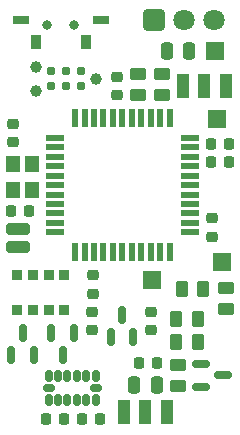
<source format=gbr>
%TF.GenerationSoftware,KiCad,Pcbnew,(7.0.0)*%
%TF.CreationDate,2024-01-17T13:13:29+01:00*%
%TF.ProjectId,LED_poi,4c45445f-706f-4692-9e6b-696361645f70,A*%
%TF.SameCoordinates,Original*%
%TF.FileFunction,Soldermask,Top*%
%TF.FilePolarity,Negative*%
%FSLAX46Y46*%
G04 Gerber Fmt 4.6, Leading zero omitted, Abs format (unit mm)*
G04 Created by KiCad (PCBNEW (7.0.0)) date 2024-01-17 13:13:29*
%MOMM*%
%LPD*%
G01*
G04 APERTURE LIST*
G04 Aperture macros list*
%AMRoundRect*
0 Rectangle with rounded corners*
0 $1 Rounding radius*
0 $2 $3 $4 $5 $6 $7 $8 $9 X,Y pos of 4 corners*
0 Add a 4 corners polygon primitive as box body*
4,1,4,$2,$3,$4,$5,$6,$7,$8,$9,$2,$3,0*
0 Add four circle primitives for the rounded corners*
1,1,$1+$1,$2,$3*
1,1,$1+$1,$4,$5*
1,1,$1+$1,$6,$7*
1,1,$1+$1,$8,$9*
0 Add four rect primitives between the rounded corners*
20,1,$1+$1,$2,$3,$4,$5,0*
20,1,$1+$1,$4,$5,$6,$7,0*
20,1,$1+$1,$6,$7,$8,$9,0*
20,1,$1+$1,$8,$9,$2,$3,0*%
G04 Aperture macros list end*
%ADD10RoundRect,0.225000X0.225000X0.250000X-0.225000X0.250000X-0.225000X-0.250000X0.225000X-0.250000X0*%
%ADD11RoundRect,0.150000X-0.150000X0.587500X-0.150000X-0.587500X0.150000X-0.587500X0.150000X0.587500X0*%
%ADD12R,0.900000X0.900000*%
%ADD13RoundRect,0.250000X-0.550000X-0.550000X0.550000X-0.550000X0.550000X0.550000X-0.550000X0.550000X0*%
%ADD14C,0.800000*%
%ADD15R,0.889000X1.270000*%
%ADD16R,1.447800X0.787400*%
%ADD17RoundRect,0.248400X-0.651600X-0.651600X0.651600X-0.651600X0.651600X0.651600X-0.651600X0.651600X0*%
%ADD18C,1.800000*%
%ADD19RoundRect,0.250000X-0.450000X0.262500X-0.450000X-0.262500X0.450000X-0.262500X0.450000X0.262500X0*%
%ADD20RoundRect,0.250000X-0.250000X-0.475000X0.250000X-0.475000X0.250000X0.475000X-0.250000X0.475000X0*%
%ADD21RoundRect,0.225000X0.250000X-0.225000X0.250000X0.225000X-0.250000X0.225000X-0.250000X-0.225000X0*%
%ADD22R,1.200000X1.400000*%
%ADD23RoundRect,0.150000X-0.587500X-0.150000X0.587500X-0.150000X0.587500X0.150000X-0.587500X0.150000X0*%
%ADD24R,1.000000X2.000000*%
%ADD25R,0.550000X1.500000*%
%ADD26R,1.500000X0.550000*%
%ADD27RoundRect,0.250000X-0.262500X-0.450000X0.262500X-0.450000X0.262500X0.450000X-0.262500X0.450000X0*%
%ADD28RoundRect,0.225000X-0.250000X0.225000X-0.250000X-0.225000X0.250000X-0.225000X0.250000X0.225000X0*%
%ADD29RoundRect,0.150000X0.150000X-0.587500X0.150000X0.587500X-0.150000X0.587500X-0.150000X-0.587500X0*%
%ADD30RoundRect,0.250000X0.262500X0.450000X-0.262500X0.450000X-0.262500X-0.450000X0.262500X-0.450000X0*%
%ADD31RoundRect,0.225000X-0.225000X-0.250000X0.225000X-0.250000X0.225000X0.250000X-0.225000X0.250000X0*%
%ADD32RoundRect,0.150000X0.150000X-0.325000X0.150000X0.325000X-0.150000X0.325000X-0.150000X-0.325000X0*%
%ADD33RoundRect,0.150000X0.325000X-0.150000X0.325000X0.150000X-0.325000X0.150000X-0.325000X-0.150000X0*%
%ADD34RoundRect,0.250000X0.450000X-0.262500X0.450000X0.262500X-0.450000X0.262500X-0.450000X-0.262500X0*%
%ADD35RoundRect,0.250000X0.750000X-0.250000X0.750000X0.250000X-0.750000X0.250000X-0.750000X-0.250000X0*%
%ADD36C,0.990600*%
%ADD37C,0.787400*%
G04 APERTURE END LIST*
D10*
%TO.C,C8*%
X84375000Y-63400000D03*
X82825000Y-63400000D03*
%TD*%
D11*
%TO.C,Q2*%
X88150000Y-73687500D03*
X86250000Y-73687500D03*
X87200000Y-75562500D03*
%TD*%
D12*
%TO.C,RN1*%
X83339999Y-71799999D03*
X84679999Y-71799999D03*
X85999999Y-71799999D03*
X87339999Y-71799999D03*
X87339999Y-68799999D03*
X85999999Y-68799999D03*
X84679999Y-68799999D03*
X83339999Y-68799999D03*
%TD*%
D13*
%TO.C,J6*%
X100300000Y-55600000D03*
%TD*%
%TO.C,J9*%
X100100000Y-49800000D03*
%TD*%
D14*
%TO.C,SW1*%
X88197000Y-47600000D03*
X85897000Y-47600000D03*
D15*
X89142499Y-49096999D03*
X84951499Y-49096999D03*
D16*
X90425199Y-47204699D03*
X83668799Y-47204699D03*
%TD*%
D10*
%TO.C,C1*%
X95175000Y-76300000D03*
X93625000Y-76300000D03*
%TD*%
D17*
%TO.C,U4*%
X94960000Y-47250000D03*
D18*
X97500000Y-47250000D03*
X100040000Y-47250000D03*
%TD*%
D19*
%TO.C,R5*%
X101000000Y-69887500D03*
X101000000Y-71712500D03*
%TD*%
D20*
%TO.C,C2*%
X93250000Y-78100000D03*
X95150000Y-78100000D03*
%TD*%
D21*
%TO.C,C5*%
X94700000Y-73500000D03*
X94700000Y-71950000D03*
%TD*%
D19*
%TO.C,R6*%
X95600000Y-51775000D03*
X95600000Y-53600000D03*
%TD*%
D22*
%TO.C,Y1*%
X82999999Y-59399999D03*
X82999999Y-61599999D03*
X84599999Y-61599999D03*
X84599999Y-59399999D03*
%TD*%
D23*
%TO.C,Q1*%
X98925000Y-76350000D03*
X98925000Y-78250000D03*
X100800000Y-77300000D03*
%TD*%
D19*
%TO.C,R3*%
X93600000Y-51775000D03*
X93600000Y-53600000D03*
%TD*%
D24*
%TO.C,J3*%
X95999999Y-80399999D03*
X94199999Y-80399999D03*
X92399999Y-80399999D03*
%TD*%
D25*
%TO.C,U1*%
X96249999Y-55499999D03*
X95449999Y-55499999D03*
X94649999Y-55499999D03*
X93849999Y-55499999D03*
X93049999Y-55499999D03*
X92249999Y-55499999D03*
X91449999Y-55499999D03*
X90649999Y-55499999D03*
X89849999Y-55499999D03*
X89049999Y-55499999D03*
X88249999Y-55499999D03*
D26*
X86549999Y-57199999D03*
X86549999Y-57999999D03*
X86549999Y-58799999D03*
X86549999Y-59599999D03*
X86549999Y-60399999D03*
X86549999Y-61199999D03*
X86549999Y-61999999D03*
X86549999Y-62799999D03*
X86549999Y-63599999D03*
X86549999Y-64399999D03*
X86549999Y-65199999D03*
D25*
X88249999Y-66899999D03*
X89049999Y-66899999D03*
X89849999Y-66899999D03*
X90649999Y-66899999D03*
X91449999Y-66899999D03*
X92249999Y-66899999D03*
X93049999Y-66899999D03*
X93849999Y-66899999D03*
X94649999Y-66899999D03*
X95449999Y-66899999D03*
X96249999Y-66899999D03*
D26*
X97949999Y-65199999D03*
X97949999Y-64399999D03*
X97949999Y-63599999D03*
X97949999Y-62799999D03*
X97949999Y-61999999D03*
X97949999Y-61199999D03*
X97949999Y-60399999D03*
X97949999Y-59599999D03*
X97949999Y-58799999D03*
X97949999Y-57999999D03*
X97949999Y-57199999D03*
%TD*%
D24*
%TO.C,J1*%
X100999999Y-52799999D03*
X99199999Y-52799999D03*
X97399999Y-52799999D03*
%TD*%
D13*
%TO.C,J7*%
X100700000Y-67700000D03*
%TD*%
D27*
%TO.C,R7*%
X96800000Y-72500000D03*
X98625000Y-72500000D03*
%TD*%
D13*
%TO.C,J5*%
X94800000Y-69200000D03*
%TD*%
D28*
%TO.C,C9*%
X89750000Y-68825000D03*
X89750000Y-70375000D03*
%TD*%
D21*
%TO.C,C12*%
X99800000Y-65550000D03*
X99800000Y-64000000D03*
%TD*%
D29*
%TO.C,Q3*%
X82850000Y-75600000D03*
X84750000Y-75600000D03*
X83800000Y-73725000D03*
%TD*%
D30*
%TO.C,R1*%
X98625000Y-74500000D03*
X96800000Y-74500000D03*
%TD*%
D21*
%TO.C,C10*%
X91800000Y-53575000D03*
X91800000Y-52025000D03*
%TD*%
D27*
%TO.C,R4*%
X97287500Y-70000000D03*
X99112500Y-70000000D03*
%TD*%
D21*
%TO.C,C7*%
X83000000Y-57575000D03*
X83000000Y-56025000D03*
%TD*%
D31*
%TO.C,C11*%
X99725000Y-59200000D03*
X101275000Y-59200000D03*
%TD*%
%TO.C,C14*%
X85750000Y-81000000D03*
X87300000Y-81000000D03*
%TD*%
D29*
%TO.C,U2*%
X91250000Y-74062500D03*
X93150000Y-74062500D03*
X92200000Y-72187500D03*
%TD*%
D32*
%TO.C,U3*%
X86000000Y-79400000D03*
X86800000Y-79400000D03*
X87600000Y-79400000D03*
X88400000Y-79400000D03*
X89200000Y-79400000D03*
X90000000Y-79400000D03*
D33*
X90000000Y-78400000D03*
D32*
X90000000Y-77400000D03*
X89200000Y-77400000D03*
X88400000Y-77400000D03*
X87600000Y-77400000D03*
X86800000Y-77400000D03*
X86000000Y-77400000D03*
D33*
X86000000Y-78400000D03*
%TD*%
D34*
%TO.C,R2*%
X96962500Y-78212500D03*
X96962500Y-76387500D03*
%TD*%
D21*
%TO.C,C13*%
X89700000Y-73500000D03*
X89700000Y-71950000D03*
%TD*%
D35*
%TO.C,J12*%
X83400000Y-66400000D03*
%TD*%
D10*
%TO.C,C15*%
X90350000Y-81000000D03*
X88800000Y-81000000D03*
%TD*%
D36*
%TO.C,J10*%
X90000000Y-52200000D03*
X84920000Y-53216000D03*
X84920000Y-51184000D03*
D37*
X88730000Y-51565000D03*
X88730000Y-52835000D03*
X87460000Y-51565000D03*
X87460000Y-52835000D03*
X86190000Y-51565000D03*
X86190000Y-52835000D03*
%TD*%
D35*
%TO.C,J13*%
X83400000Y-64900000D03*
%TD*%
D20*
%TO.C,C4*%
X96000000Y-49800000D03*
X97900000Y-49800000D03*
%TD*%
D31*
%TO.C,C6*%
X99725000Y-57700000D03*
X101275000Y-57700000D03*
%TD*%
M02*

</source>
